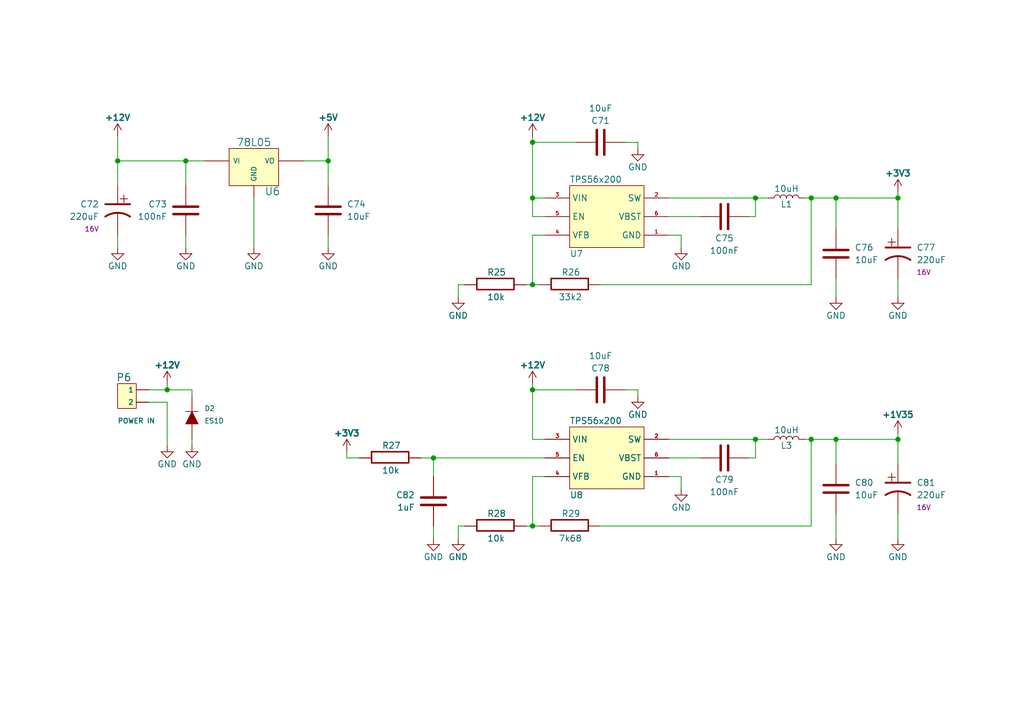
<source format=kicad_sch>
(kicad_sch (version 20210621) (generator eeschema)

  (uuid fc1bef3f-5129-40a4-bc01-03cfd2bacf3e)

  (paper "A5")

  (title_block
    (title "iMX6ULL Compute Module & Base Board")
    (date "2021-03-23")
    (rev "1.0")
    (company "AHSA Elektronik")
  )

  (lib_symbols
    (symbol "abdullah:+12V" (power) (pin_names (offset 0)) (in_bom yes) (on_board yes)
      (property "Reference" "#PWR" (id 0) (at 0 -3.81 0)
        (effects (font (size 1.27 1.27)) hide)
      )
      (property "Value" "+12V" (id 1) (at 0 3.81 0)
        (effects (font (size 1.27 1.27) bold))
      )
      (property "Footprint" "" (id 2) (at -1.27 0 0)
        (effects (font (size 1.27 1.27)) hide)
      )
      (property "Datasheet" "" (id 3) (at -1.27 0 0)
        (effects (font (size 1.27 1.27)) hide)
      )
      (symbol "+12V_0_1"
        (polyline
          (pts
            (xy -0.762 1.27)
            (xy 0 2.54)
          )
          (stroke (width 0)) (fill (type none))
        )
        (polyline
          (pts
            (xy 0 0)
            (xy 0 2.54)
          )
          (stroke (width 0)) (fill (type none))
        )
        (polyline
          (pts
            (xy 0 2.54)
            (xy 0.762 1.27)
          )
          (stroke (width 0)) (fill (type none))
        )
      )
      (symbol "+12V_1_1"
        (pin power_in line (at 0 0 90) (length 0) hide
          (name "+12V" (effects (font (size 1.27 1.27))))
          (number "1" (effects (font (size 1.27 1.27))))
        )
      )
    )
    (symbol "abdullah:+1V35" (power) (pin_names (offset 0)) (in_bom yes) (on_board yes)
      (property "Reference" "#PWR" (id 0) (at 0 -3.81 0)
        (effects (font (size 1.27 1.27)) hide)
      )
      (property "Value" "+1V35" (id 1) (at 0 3.81 0)
        (effects (font (size 1.27 1.27) bold))
      )
      (property "Footprint" "" (id 2) (at 0 0 0)
        (effects (font (size 1.27 1.27)) hide)
      )
      (property "Datasheet" "" (id 3) (at 0 0 0)
        (effects (font (size 1.27 1.27)) hide)
      )
      (symbol "+1V35_0_1"
        (polyline
          (pts
            (xy -0.762 1.27)
            (xy 0 2.54)
          )
          (stroke (width 0)) (fill (type none))
        )
        (polyline
          (pts
            (xy 0 0)
            (xy 0 2.54)
          )
          (stroke (width 0)) (fill (type none))
        )
        (polyline
          (pts
            (xy 0 2.54)
            (xy 0.762 1.27)
          )
          (stroke (width 0)) (fill (type none))
        )
      )
      (symbol "+1V35_1_1"
        (pin power_in line (at 0 0 90) (length 0) hide
          (name "+1V35" (effects (font (size 1.27 1.27))))
          (number "1" (effects (font (size 1.27 1.27))))
        )
      )
    )
    (symbol "abdullah:+3.3V" (power) (pin_names (offset 0)) (in_bom yes) (on_board yes)
      (property "Reference" "#PWR" (id 0) (at 0 -3.81 0)
        (effects (font (size 1.27 1.27)) hide)
      )
      (property "Value" "+3.3V" (id 1) (at 0 3.81 0)
        (effects (font (size 1.27 1.27) bold))
      )
      (property "Footprint" "" (id 2) (at 0 0 0)
        (effects (font (size 1.27 1.27)) hide)
      )
      (property "Datasheet" "" (id 3) (at 0 0 0)
        (effects (font (size 1.27 1.27)) hide)
      )
      (symbol "+3.3V_0_1"
        (polyline
          (pts
            (xy -0.762 1.27)
            (xy 0 2.54)
          )
          (stroke (width 0)) (fill (type none))
        )
        (polyline
          (pts
            (xy 0 0)
            (xy 0 2.54)
          )
          (stroke (width 0)) (fill (type none))
        )
        (polyline
          (pts
            (xy 0 2.54)
            (xy 0.762 1.27)
          )
          (stroke (width 0)) (fill (type none))
        )
      )
      (symbol "+3.3V_1_1"
        (pin power_in line (at 0 0 90) (length 0) hide
          (name "+3V3" (effects (font (size 1.27 1.27))))
          (number "1" (effects (font (size 1.27 1.27))))
        )
      )
    )
    (symbol "abdullah:+5V" (power) (pin_names (offset 0)) (in_bom yes) (on_board yes)
      (property "Reference" "#PWR" (id 0) (at 0 -3.81 0)
        (effects (font (size 1.27 1.27)) hide)
      )
      (property "Value" "+5V" (id 1) (at 0 3.81 0)
        (effects (font (size 1.27 1.27) bold))
      )
      (property "Footprint" "" (id 2) (at 0 0 0)
        (effects (font (size 1.27 1.27)) hide)
      )
      (property "Datasheet" "" (id 3) (at 0 0 0)
        (effects (font (size 1.27 1.27)) hide)
      )
      (symbol "+5V_0_1"
        (polyline
          (pts
            (xy -0.762 1.27)
            (xy 0 2.54)
          )
          (stroke (width 0)) (fill (type none))
        )
        (polyline
          (pts
            (xy 0 0)
            (xy 0 2.54)
          )
          (stroke (width 0)) (fill (type none))
        )
        (polyline
          (pts
            (xy 0 2.54)
            (xy 0.762 1.27)
          )
          (stroke (width 0)) (fill (type none))
        )
      )
      (symbol "+5V_1_1"
        (pin power_in line (at 0 0 90) (length 0) hide
          (name "+5V" (effects (font (size 1.27 1.27))))
          (number "1" (effects (font (size 1.27 1.27))))
        )
      )
    )
    (symbol "abdullah:78L05" (pin_numbers hide) (pin_names (offset 0.762)) (in_bom yes) (on_board yes)
      (property "Reference" "U?" (id 0) (at 3.81 -4.9784 0)
        (effects (font (size 1.524 1.524)))
      )
      (property "Value" "78L05" (id 1) (at 0 5.08 0)
        (effects (font (size 1.524 1.524)))
      )
      (property "Footprint" "new-abdullah:TO92" (id 2) (at 0 0 0)
        (effects (font (size 1.524 1.524)) hide)
      )
      (property "Datasheet" "" (id 3) (at 0 0 0)
        (effects (font (size 1.524 1.524)))
      )
      (property "ki_keywords" "POWER REGUL" (id 4) (at 0 0 0)
        (effects (font (size 1.27 1.27)) hide)
      )
      (property "ki_description" "Linear Regulator +5V" (id 5) (at 0 0 0)
        (effects (font (size 1.27 1.27)) hide)
      )
      (symbol "78L05_0_1"
        (rectangle (start -5.08 -3.81) (end 5.08 3.81)
          (stroke (width 0)) (fill (type background))
        )
      )
      (symbol "78L05_1_1"
        (pin power_out line (at 10.16 1.27 180) (length 5.08)
          (name "VO" (effects (font (size 1.016 1.016))))
          (number "1" (effects (font (size 1.016 1.016))))
        )
        (pin input line (at 0 -6.35 90) (length 2.54)
          (name "GND" (effects (font (size 1.016 1.016))))
          (number "2" (effects (font (size 1.016 1.016))))
        )
        (pin input line (at -10.16 1.27 0) (length 5.08)
          (name "VI" (effects (font (size 1.016 1.016))))
          (number "3" (effects (font (size 1.016 1.016))))
        )
      )
    )
    (symbol "abdullah:C-hrz" (pin_numbers hide) (pin_names (offset 0.254)) (in_bom yes) (on_board yes)
      (property "Reference" "C" (id 0) (at -0.0254 4.445 0)
        (effects (font (size 1.27 1.27)))
      )
      (property "Value" "C-hrz" (id 1) (at -0.0254 -4.445 0)
        (effects (font (size 1.27 1.27)))
      )
      (property "Footprint" "" (id 2) (at 0 0 0)
        (effects (font (size 1.524 1.524)))
      )
      (property "Datasheet" "" (id 3) (at 0 0 0)
        (effects (font (size 1.524 1.524)))
      )
      (property "Voltage" "V" (id 4) (at -0.0254 -6.985 0)
        (effects (font (size 1.016 1.016)) hide)
      )
      (property "Details" "Capacitor Ceramic Chip SMD 100nF 50V 0805 5%" (id 5) (at 0 0 0)
        (effects (font (size 1.27 1.27)) hide)
      )
      (property "ki_fp_filters" "SM* C? C1-1" (id 6) (at 0 0 0)
        (effects (font (size 1.27 1.27)) hide)
      )
      (symbol "C-hrz_0_1"
        (polyline
          (pts
            (xy -0.7874 -2.54)
            (xy -0.7874 2.54)
          )
          (stroke (width 0.508)) (fill (type none))
        )
        (polyline
          (pts
            (xy 0.7366 -2.54)
            (xy 0.7366 2.54)
          )
          (stroke (width 0.508)) (fill (type none))
        )
      )
      (symbol "C-hrz_1_1"
        (pin passive line (at -5.08 0 0) (length 4.318)
          (name "~" (effects (font (size 1.016 1.016))))
          (number "1" (effects (font (size 1.016 1.016))))
        )
        (pin passive line (at 5.08 0 180) (length 4.318)
          (name "~" (effects (font (size 1.016 1.016))))
          (number "2" (effects (font (size 1.016 1.016))))
        )
      )
    )
    (symbol "abdullah:C-vert" (pin_numbers hide) (pin_names (offset 0.254)) (in_bom yes) (on_board yes)
      (property "Reference" "C" (id 0) (at 3.81 1.27 0)
        (effects (font (size 1.27 1.27)) (justify left))
      )
      (property "Value" "C-vert" (id 1) (at 3.81 -1.27 0)
        (effects (font (size 1.27 1.27)) (justify left))
      )
      (property "Footprint" "" (id 2) (at 1.27 -1.27 0)
        (effects (font (size 1.524 1.524)) hide)
      )
      (property "Datasheet" "" (id 3) (at 0 0 0)
        (effects (font (size 1.524 1.524)))
      )
      (property "Voltage" "V" (id 4) (at 3.81 -3.81 0)
        (effects (font (size 1.016 1.016)) (justify left) hide)
      )
      (property "Details" "Capacitor Ceramic Chip SMD 100nF 50V 0805 5%" (id 5) (at 0 0 0)
        (effects (font (size 1.27 1.27)) hide)
      )
      (property "ki_fp_filters" "SM* C? C1-1" (id 6) (at 0 0 0)
        (effects (font (size 1.27 1.27)) hide)
      )
      (symbol "C-vert_0_1"
        (polyline
          (pts
            (xy -2.54 -0.762)
            (xy 2.54 -0.762)
          )
          (stroke (width 0.508)) (fill (type none))
        )
        (polyline
          (pts
            (xy -2.54 0.762)
            (xy 2.54 0.762)
          )
          (stroke (width 0.508)) (fill (type none))
        )
      )
      (symbol "C-vert_1_1"
        (pin passive line (at 0 5.08 270) (length 4.318)
          (name "~" (effects (font (size 1.016 1.016))))
          (number "1" (effects (font (size 1.016 1.016))))
        )
        (pin passive line (at 0 -5.08 90) (length 4.318)
          (name "~" (effects (font (size 1.016 1.016))))
          (number "2" (effects (font (size 1.016 1.016))))
        )
      )
    )
    (symbol "abdullah:CONNECTOR-2-SMALL" (pin_numbers hide) (in_bom yes) (on_board yes)
      (property "Reference" "P" (id 0) (at 0 2.54 0)
        (effects (font (size 1.524 1.524)))
      )
      (property "Value" "CONNECTOR-2-SMALL" (id 1) (at -2.54 -1.27 90)
        (effects (font (size 1.016 1.016)))
      )
      (property "Footprint" "" (id 2) (at 0 0 0)
        (effects (font (size 1.524 1.524)))
      )
      (property "Datasheet" "" (id 3) (at 0 0 0)
        (effects (font (size 1.524 1.524)))
      )
      (symbol "CONNECTOR-2-SMALL_0_1"
        (rectangle (start 2.54 1.27) (end -1.27 -3.81)
          (stroke (width 0)) (fill (type background))
        )
      )
      (symbol "CONNECTOR-2-SMALL_1_1"
        (pin bidirectional line (at 5.08 0 180) (length 2.54)
          (name "1" (effects (font (size 1.016 1.016))))
          (number "1" (effects (font (size 0.508 0.508))))
        )
        (pin bidirectional line (at 5.08 -2.54 180) (length 2.54)
          (name "2" (effects (font (size 1.016 1.016))))
          (number "2" (effects (font (size 0.508 0.508))))
        )
      )
    )
    (symbol "abdullah:CP-vert" (pin_numbers hide) (pin_names (offset 0.254) hide) (in_bom yes) (on_board yes)
      (property "Reference" "C" (id 0) (at 3.81 1.27 0)
        (effects (font (size 1.27 1.27)) (justify left))
      )
      (property "Value" "CP-vert" (id 1) (at 3.81 -1.27 0)
        (effects (font (size 1.27 1.27)) (justify left))
      )
      (property "Footprint" "" (id 2) (at 0 0 0)
        (effects (font (size 1.524 1.524)))
      )
      (property "Datasheet" "" (id 3) (at 0 0 0)
        (effects (font (size 1.524 1.524)))
      )
      (property "Voltage" "V" (id 4) (at 3.81 -3.81 0)
        (effects (font (size 1.016 1.016)) (justify left))
      )
      (property "Details" "Capacitor TH Electrolytic 220uF 35V 85C" (id 5) (at 0 0 0)
        (effects (font (size 1.27 1.27)) hide)
      )
      (property "ki_fp_filters" "CP* SM*" (id 6) (at 0 0 0)
        (effects (font (size 1.27 1.27)) hide)
      )
      (symbol "CP-vert_0_0"
        (text "+" (at -1.27 2.54 0)
          (effects (font (size 2.032 2.032)))
        )
      )
      (symbol "CP-vert_0_1"
        (arc (start 2.54 -1.27) (end -2.54 -1.27) (radius (at 0 -5.08) (length 4.572) (angles 56.3 123.6))
          (stroke (width 0.381)) (fill (type none))
        )
        (polyline
          (pts
            (xy -2.54 1.27)
            (xy 2.54 1.27)
            (xy 1.27 1.27)
            (xy 1.27 1.27)
          )
          (stroke (width 0.381)) (fill (type none))
        )
      )
      (symbol "CP-vert_1_1"
        (pin passive line (at 0 5.08 270) (length 3.81)
          (name "~" (effects (font (size 1.016 1.016))))
          (number "1" (effects (font (size 1.016 1.016))))
        )
        (pin passive line (at 0 -5.08 90) (length 4.572)
          (name "~" (effects (font (size 1.016 1.016))))
          (number "2" (effects (font (size 1.016 1.016))))
        )
      )
    )
    (symbol "abdullah:DIODE-vert" (pin_numbers hide) (pin_names hide) (in_bom yes) (on_board yes)
      (property "Reference" "D" (id 0) (at 2.54 2.54 0)
        (effects (font (size 1.016 1.016)) (justify left))
      )
      (property "Value" "DIODE-vert" (id 1) (at 2.54 0 0)
        (effects (font (size 1.016 1.016)) (justify left))
      )
      (property "Footprint" "" (id 2) (at 0 0 0)
        (effects (font (size 1.524 1.524)) hide)
      )
      (property "Datasheet" "" (id 3) (at 0 0 0)
        (effects (font (size 1.524 1.524)) hide)
      )
      (property "Details" "Diode" (id 4) (at 0 0 0)
        (effects (font (size 1.27 1.27)) hide)
      )
      (property "ki_fp_filters" "D? S*" (id 5) (at 0 0 0)
        (effects (font (size 1.27 1.27)) hide)
      )
      (symbol "DIODE-vert_0_1"
        (polyline
          (pts
            (xy -1.27 1.905)
            (xy 1.27 1.905)
          )
          (stroke (width 0.1524)) (fill (type none))
        )
        (polyline
          (pts
            (xy 1.27 -0.635)
            (xy -1.27 -0.635)
          )
          (stroke (width 0.1524)) (fill (type none))
        )
        (polyline
          (pts
            (xy -1.27 -0.635)
            (xy 0 1.905)
            (xy 1.27 -0.635)
          )
          (stroke (width 0)) (fill (type outline))
        )
      )
      (symbol "DIODE-vert_1_1"
        (pin passive line (at 0 -3.81 90) (length 3.81)
          (name "A" (effects (font (size 1.016 1.016))))
          (number "1" (effects (font (size 1.016 1.016))))
        )
        (pin passive line (at 0 5.08 270) (length 3.81)
          (name "K" (effects (font (size 1.016 1.016))))
          (number "2" (effects (font (size 1.016 1.016))))
        )
      )
    )
    (symbol "abdullah:GND" (power) (pin_names (offset 0)) (in_bom yes) (on_board yes)
      (property "Reference" "#PWR" (id 0) (at 0 -6.35 0)
        (effects (font (size 1.27 1.27)) hide)
      )
      (property "Value" "GND" (id 1) (at 0 -3.81 0)
        (effects (font (size 1.27 1.27)))
      )
      (property "Footprint" "" (id 2) (at 0 0 0)
        (effects (font (size 1.27 1.27)) hide)
      )
      (property "Datasheet" "" (id 3) (at 0 0 0)
        (effects (font (size 1.27 1.27)) hide)
      )
      (symbol "GND_0_1"
        (polyline
          (pts
            (xy 0 0)
            (xy 0 -1.27)
            (xy 1.27 -1.27)
            (xy 0 -2.54)
            (xy -1.27 -1.27)
            (xy 0 -1.27)
          )
          (stroke (width 0)) (fill (type none))
        )
      )
      (symbol "GND_1_1"
        (pin power_in line (at 0 0 270) (length 0) hide
          (name "GND" (effects (font (size 1.27 1.27))))
          (number "1" (effects (font (size 1.27 1.27))))
        )
      )
    )
    (symbol "abdullah:L" (pin_numbers hide) (pin_names hide) (in_bom yes) (on_board yes)
      (property "Reference" "L" (id 0) (at -1.27 0 90)
        (effects (font (size 1.27 1.27)))
      )
      (property "Value" "L" (id 1) (at 1.905 0 90)
        (effects (font (size 1.27 1.27)))
      )
      (property "Footprint" "" (id 2) (at 0 0 0)
        (effects (font (size 1.27 1.27)) hide)
      )
      (property "Datasheet" "" (id 3) (at 0 0 0)
        (effects (font (size 1.27 1.27)) hide)
      )
      (property "Details" "Inductor" (id 4) (at 0 0 0)
        (effects (font (size 1.27 1.27)) hide)
      )
      (property "ki_keywords" "inductor choke coil reactor magnetic" (id 5) (at 0 0 0)
        (effects (font (size 1.27 1.27)) hide)
      )
      (property "ki_description" "Inductor" (id 6) (at 0 0 0)
        (effects (font (size 1.27 1.27)) hide)
      )
      (property "ki_fp_filters" "Choke_* *Coil* Inductor_* L_*" (id 7) (at 0 0 0)
        (effects (font (size 1.27 1.27)) hide)
      )
      (symbol "L_0_1"
        (arc (start 0 -2.54) (end 0 -1.27) (radius (at 0 -1.905) (length 0.635) (angles -89.9 89.9))
          (stroke (width 0)) (fill (type none))
        )
        (arc (start 0 -1.27) (end 0 0) (radius (at 0 -0.635) (length 0.635) (angles -89.9 89.9))
          (stroke (width 0)) (fill (type none))
        )
        (arc (start 0 0) (end 0 1.27) (radius (at 0 0.635) (length 0.635) (angles -89.9 89.9))
          (stroke (width 0)) (fill (type none))
        )
        (arc (start 0 1.27) (end 0 2.54) (radius (at 0 1.905) (length 0.635) (angles -89.9 89.9))
          (stroke (width 0)) (fill (type none))
        )
      )
      (symbol "L_1_1"
        (pin passive line (at 0 -3.81 90) (length 1.27)
          (name "1" (effects (font (size 1.27 1.27))))
          (number "1" (effects (font (size 1.27 1.27))))
        )
        (pin passive line (at 0 3.81 270) (length 1.27)
          (name "2" (effects (font (size 1.27 1.27))))
          (number "2" (effects (font (size 1.27 1.27))))
        )
      )
    )
    (symbol "abdullah:R-hrz" (pin_numbers hide) (pin_names (offset 0)) (in_bom yes) (on_board yes)
      (property "Reference" "R" (id 0) (at 0.254 2.54 0)
        (effects (font (size 1.27 1.27)))
      )
      (property "Value" "R-hrz" (id 1) (at 0.127 -2.54 0)
        (effects (font (size 1.27 1.27)))
      )
      (property "Footprint" "" (id 2) (at -2.286 0 0)
        (effects (font (size 1.524 1.524)) hide)
      )
      (property "Datasheet" "" (id 3) (at 0.254 2.54 0)
        (effects (font (size 1.524 1.524)) hide)
      )
      (property "Details" "Resistor SMD 10k 0805 5%" (id 4) (at 0 0 0)
        (effects (font (size 1.27 1.27)) hide)
      )
      (property "ki_fp_filters" "R? SM0603 SM0805 R?-* SM1206" (id 5) (at 0 0 0)
        (effects (font (size 1.27 1.27)) hide)
      )
      (symbol "R-hrz_0_1"
        (rectangle (start -3.81 -1.016) (end 3.81 1.27)
          (stroke (width 0.3048)) (fill (type none))
        )
      )
      (symbol "R-hrz_1_1"
        (pin passive line (at -6.35 0 0) (length 2.54)
          (name "~" (effects (font (size 1.524 1.524))))
          (number "1" (effects (font (size 1.524 1.524))))
        )
        (pin passive line (at 6.35 0 180) (length 2.54)
          (name "~" (effects (font (size 1.524 1.524))))
          (number "2" (effects (font (size 1.524 1.524))))
        )
      )
    )
    (symbol "abdullah:TPS56x200" (in_bom yes) (on_board yes)
      (property "Reference" "U" (id 0) (at -7.62 -7.62 0)
        (effects (font (size 1.27 1.27)) (justify left))
      )
      (property "Value" "TPS56x200" (id 1) (at -7.62 7.62 0)
        (effects (font (size 1.27 1.27)) (justify left))
      )
      (property "Footprint" "" (id 2) (at 0 10.16 0)
        (effects (font (size 1.27 1.27)) hide)
      )
      (property "Datasheet" "" (id 3) (at 0 10.16 0)
        (effects (font (size 1.27 1.27)) hide)
      )
      (symbol "TPS56x200_0_0"
        (pin unspecified line (at 12.7 -3.81 180) (length 5.08)
          (name "GND" (effects (font (size 1.27 1.27))))
          (number "1" (effects (font (size 0.762 0.762))))
        )
        (pin unspecified line (at 12.7 3.81 180) (length 5.08)
          (name "SW" (effects (font (size 1.27 1.27))))
          (number "2" (effects (font (size 0.762 0.762))))
        )
        (pin unspecified line (at -12.7 3.81 0) (length 5.08)
          (name "VIN" (effects (font (size 1.27 1.27))))
          (number "3" (effects (font (size 0.762 0.762))))
        )
        (pin unspecified line (at -12.7 -3.81 0) (length 5.08)
          (name "VFB" (effects (font (size 1.27 1.27))))
          (number "4" (effects (font (size 0.762 0.762))))
        )
        (pin unspecified line (at -12.7 0 0) (length 5.08)
          (name "EN" (effects (font (size 1.27 1.27))))
          (number "5" (effects (font (size 0.762 0.762))))
        )
        (pin unspecified line (at 12.7 0 180) (length 5.08)
          (name "VBST" (effects (font (size 1.27 1.27))))
          (number "6" (effects (font (size 0.762 0.762))))
        )
      )
      (symbol "TPS56x200_0_1"
        (rectangle (start -7.62 6.35) (end 7.62 -6.35)
          (stroke (width 0.1524)) (fill (type background))
        )
      )
    )
  )

  (junction (at 24.13 33.02) (diameter 0.9144) (color 0 0 0 0))
  (junction (at 34.29 80.01) (diameter 0.9144) (color 0 0 0 0))
  (junction (at 38.1 33.02) (diameter 0.9144) (color 0 0 0 0))
  (junction (at 67.31 33.02) (diameter 0.9144) (color 0 0 0 0))
  (junction (at 88.9 93.98) (diameter 0.9144) (color 0 0 0 0))
  (junction (at 109.22 29.21) (diameter 0.9144) (color 0 0 0 0))
  (junction (at 109.22 40.64) (diameter 0.9144) (color 0 0 0 0))
  (junction (at 109.22 58.42) (diameter 0.9144) (color 0 0 0 0))
  (junction (at 109.22 80.01) (diameter 0.9144) (color 0 0 0 0))
  (junction (at 109.22 107.95) (diameter 0.9144) (color 0 0 0 0))
  (junction (at 154.94 40.64) (diameter 0.9144) (color 0 0 0 0))
  (junction (at 154.94 90.17) (diameter 0.9144) (color 0 0 0 0))
  (junction (at 166.37 40.64) (diameter 0.9144) (color 0 0 0 0))
  (junction (at 166.37 90.17) (diameter 0.9144) (color 0 0 0 0))
  (junction (at 171.45 40.64) (diameter 0.9144) (color 0 0 0 0))
  (junction (at 171.45 90.17) (diameter 0.9144) (color 0 0 0 0))
  (junction (at 184.15 40.64) (diameter 0.9144) (color 0 0 0 0))
  (junction (at 184.15 90.17) (diameter 0.9144) (color 0 0 0 0))

  (wire (pts (xy 24.13 33.02) (xy 24.13 27.94))
    (stroke (width 0) (type solid) (color 0 0 0 0))
    (uuid a1d1dd70-3ba8-4209-aac4-3aa2d6bf81c1)
  )
  (wire (pts (xy 24.13 33.02) (xy 24.13 38.1))
    (stroke (width 0) (type solid) (color 0 0 0 0))
    (uuid a12023db-aca6-4261-8020-1b274196c085)
  )
  (wire (pts (xy 24.13 33.02) (xy 38.1 33.02))
    (stroke (width 0) (type solid) (color 0 0 0 0))
    (uuid a1d1dd70-3ba8-4209-aac4-3aa2d6bf81c1)
  )
  (wire (pts (xy 24.13 48.26) (xy 24.13 50.8))
    (stroke (width 0) (type solid) (color 0 0 0 0))
    (uuid c5cef526-bad4-4391-b93f-55b8b75efdc8)
  )
  (wire (pts (xy 34.29 78.74) (xy 34.29 80.01))
    (stroke (width 0) (type solid) (color 0 0 0 0))
    (uuid 46117859-bc90-404d-9902-8bcffe1e68d7)
  )
  (wire (pts (xy 34.29 80.01) (xy 30.48 80.01))
    (stroke (width 0) (type solid) (color 0 0 0 0))
    (uuid 46117859-bc90-404d-9902-8bcffe1e68d7)
  )
  (wire (pts (xy 34.29 82.55) (xy 30.48 82.55))
    (stroke (width 0) (type solid) (color 0 0 0 0))
    (uuid b6bb959c-d591-439a-8601-0fbec9dfa008)
  )
  (wire (pts (xy 34.29 91.44) (xy 34.29 82.55))
    (stroke (width 0) (type solid) (color 0 0 0 0))
    (uuid b6bb959c-d591-439a-8601-0fbec9dfa008)
  )
  (wire (pts (xy 38.1 33.02) (xy 38.1 38.1))
    (stroke (width 0) (type solid) (color 0 0 0 0))
    (uuid 66c16cd9-8823-4134-8bf2-0d6377eb3f74)
  )
  (wire (pts (xy 38.1 33.02) (xy 41.91 33.02))
    (stroke (width 0) (type solid) (color 0 0 0 0))
    (uuid a1d1dd70-3ba8-4209-aac4-3aa2d6bf81c1)
  )
  (wire (pts (xy 38.1 48.26) (xy 38.1 50.8))
    (stroke (width 0) (type solid) (color 0 0 0 0))
    (uuid 1f520ac3-c4ca-4ab2-a507-0c30703d068b)
  )
  (wire (pts (xy 39.37 80.01) (xy 34.29 80.01))
    (stroke (width 0) (type solid) (color 0 0 0 0))
    (uuid ff2c683a-f158-4603-82cc-dab864b57f2a)
  )
  (wire (pts (xy 39.37 81.28) (xy 39.37 80.01))
    (stroke (width 0) (type solid) (color 0 0 0 0))
    (uuid ff2c683a-f158-4603-82cc-dab864b57f2a)
  )
  (wire (pts (xy 39.37 91.44) (xy 39.37 90.17))
    (stroke (width 0) (type solid) (color 0 0 0 0))
    (uuid ff2c683a-f158-4603-82cc-dab864b57f2a)
  )
  (wire (pts (xy 52.07 40.64) (xy 52.07 50.8))
    (stroke (width 0) (type solid) (color 0 0 0 0))
    (uuid 613ce2a5-e312-4158-9735-1521726298f3)
  )
  (wire (pts (xy 62.23 33.02) (xy 67.31 33.02))
    (stroke (width 0) (type solid) (color 0 0 0 0))
    (uuid 2273bb57-aafc-4b0e-8897-a8cd84a77e3c)
  )
  (wire (pts (xy 67.31 27.94) (xy 67.31 33.02))
    (stroke (width 0) (type solid) (color 0 0 0 0))
    (uuid 2273bb57-aafc-4b0e-8897-a8cd84a77e3c)
  )
  (wire (pts (xy 67.31 33.02) (xy 67.31 38.1))
    (stroke (width 0) (type solid) (color 0 0 0 0))
    (uuid 2da66321-5f37-492c-9a2f-ce2552513fb2)
  )
  (wire (pts (xy 67.31 48.26) (xy 67.31 50.8))
    (stroke (width 0) (type solid) (color 0 0 0 0))
    (uuid 2eb5f38f-930d-4b32-b92e-afbc476cbebe)
  )
  (wire (pts (xy 71.12 92.71) (xy 71.12 93.98))
    (stroke (width 0) (type solid) (color 0 0 0 0))
    (uuid 3677996e-8c63-4d46-a001-4380177077df)
  )
  (wire (pts (xy 71.12 93.98) (xy 73.66 93.98))
    (stroke (width 0) (type solid) (color 0 0 0 0))
    (uuid 3677996e-8c63-4d46-a001-4380177077df)
  )
  (wire (pts (xy 86.36 93.98) (xy 88.9 93.98))
    (stroke (width 0) (type solid) (color 0 0 0 0))
    (uuid 5657c559-a658-43b1-a6f1-8f838c401742)
  )
  (wire (pts (xy 88.9 93.98) (xy 88.9 97.79))
    (stroke (width 0) (type solid) (color 0 0 0 0))
    (uuid ab7ffa16-a83c-49cf-844f-831c83d8dbc5)
  )
  (wire (pts (xy 88.9 93.98) (xy 111.76 93.98))
    (stroke (width 0) (type solid) (color 0 0 0 0))
    (uuid 5657c559-a658-43b1-a6f1-8f838c401742)
  )
  (wire (pts (xy 88.9 107.95) (xy 88.9 110.49))
    (stroke (width 0) (type solid) (color 0 0 0 0))
    (uuid e52b376b-d0b9-4b5a-8db9-2ee5d0c0da45)
  )
  (wire (pts (xy 93.98 58.42) (xy 95.25 58.42))
    (stroke (width 0) (type solid) (color 0 0 0 0))
    (uuid f86b1a7f-787b-46c7-802c-126261227887)
  )
  (wire (pts (xy 93.98 60.96) (xy 93.98 58.42))
    (stroke (width 0) (type solid) (color 0 0 0 0))
    (uuid f86b1a7f-787b-46c7-802c-126261227887)
  )
  (wire (pts (xy 93.98 107.95) (xy 95.25 107.95))
    (stroke (width 0) (type solid) (color 0 0 0 0))
    (uuid a67b3d7d-f862-4de6-8882-1b946c0a5305)
  )
  (wire (pts (xy 93.98 110.49) (xy 93.98 107.95))
    (stroke (width 0) (type solid) (color 0 0 0 0))
    (uuid 5c045b98-8c29-49b4-acdc-f00be5e48c0f)
  )
  (wire (pts (xy 107.95 58.42) (xy 109.22 58.42))
    (stroke (width 0) (type solid) (color 0 0 0 0))
    (uuid 91feb09a-71df-4f68-80c6-cb1b44e78812)
  )
  (wire (pts (xy 107.95 107.95) (xy 109.22 107.95))
    (stroke (width 0) (type solid) (color 0 0 0 0))
    (uuid 10246f0a-6b42-41bf-a02a-889778f645fb)
  )
  (wire (pts (xy 109.22 27.94) (xy 109.22 29.21))
    (stroke (width 0) (type solid) (color 0 0 0 0))
    (uuid bdb16d1c-3a51-417a-a249-6a10524e92ce)
  )
  (wire (pts (xy 109.22 29.21) (xy 109.22 40.64))
    (stroke (width 0) (type solid) (color 0 0 0 0))
    (uuid 2db15644-648f-4675-aaa8-d620bbddb008)
  )
  (wire (pts (xy 109.22 29.21) (xy 118.11 29.21))
    (stroke (width 0) (type solid) (color 0 0 0 0))
    (uuid 39c9caf8-b31c-413f-9a79-3f0fed71d691)
  )
  (wire (pts (xy 109.22 40.64) (xy 111.76 40.64))
    (stroke (width 0) (type solid) (color 0 0 0 0))
    (uuid 2db15644-648f-4675-aaa8-d620bbddb008)
  )
  (wire (pts (xy 109.22 44.45) (xy 109.22 40.64))
    (stroke (width 0) (type solid) (color 0 0 0 0))
    (uuid a363dc71-ac8e-4dfd-811c-5cd9ffd37490)
  )
  (wire (pts (xy 109.22 48.26) (xy 109.22 58.42))
    (stroke (width 0) (type solid) (color 0 0 0 0))
    (uuid be5fce66-bebf-48ce-aaf3-d77a27af960e)
  )
  (wire (pts (xy 109.22 58.42) (xy 110.49 58.42))
    (stroke (width 0) (type solid) (color 0 0 0 0))
    (uuid 91cc4592-15c1-45eb-a21e-13e6de7f776e)
  )
  (wire (pts (xy 109.22 78.74) (xy 109.22 80.01))
    (stroke (width 0) (type solid) (color 0 0 0 0))
    (uuid ae506a0e-2d6c-4fe2-b2ab-b08eccb2a29e)
  )
  (wire (pts (xy 109.22 80.01) (xy 109.22 90.17))
    (stroke (width 0) (type solid) (color 0 0 0 0))
    (uuid ae506a0e-2d6c-4fe2-b2ab-b08eccb2a29e)
  )
  (wire (pts (xy 109.22 80.01) (xy 118.11 80.01))
    (stroke (width 0) (type solid) (color 0 0 0 0))
    (uuid fc724884-6342-40f1-a458-4d3606c5e5bf)
  )
  (wire (pts (xy 109.22 90.17) (xy 111.76 90.17))
    (stroke (width 0) (type solid) (color 0 0 0 0))
    (uuid 5fd602d4-8ee3-4006-b06a-c3e962a614d8)
  )
  (wire (pts (xy 109.22 97.79) (xy 109.22 107.95))
    (stroke (width 0) (type solid) (color 0 0 0 0))
    (uuid 25fe881f-7604-4cc2-ae5a-2fbdbba441c2)
  )
  (wire (pts (xy 109.22 107.95) (xy 110.49 107.95))
    (stroke (width 0) (type solid) (color 0 0 0 0))
    (uuid 6a880ef5-54c7-4d0c-89b6-a852516e3a25)
  )
  (wire (pts (xy 111.76 44.45) (xy 109.22 44.45))
    (stroke (width 0) (type solid) (color 0 0 0 0))
    (uuid a363dc71-ac8e-4dfd-811c-5cd9ffd37490)
  )
  (wire (pts (xy 111.76 48.26) (xy 109.22 48.26))
    (stroke (width 0) (type solid) (color 0 0 0 0))
    (uuid be5fce66-bebf-48ce-aaf3-d77a27af960e)
  )
  (wire (pts (xy 111.76 97.79) (xy 109.22 97.79))
    (stroke (width 0) (type solid) (color 0 0 0 0))
    (uuid 12806fe9-6725-4d1b-974f-1f6851259532)
  )
  (wire (pts (xy 123.19 58.42) (xy 166.37 58.42))
    (stroke (width 0) (type solid) (color 0 0 0 0))
    (uuid 9538559b-d816-4217-ad1e-b21ae2f6937d)
  )
  (wire (pts (xy 123.19 107.95) (xy 166.37 107.95))
    (stroke (width 0) (type solid) (color 0 0 0 0))
    (uuid 867aaf8f-0e7c-4548-a5db-8d869d215f76)
  )
  (wire (pts (xy 130.81 29.21) (xy 128.27 29.21))
    (stroke (width 0) (type solid) (color 0 0 0 0))
    (uuid 80b07e02-1a6f-4871-832e-77cae7f82c83)
  )
  (wire (pts (xy 130.81 30.48) (xy 130.81 29.21))
    (stroke (width 0) (type solid) (color 0 0 0 0))
    (uuid 64ab9473-1de4-417a-9600-03ac4f2a1ed4)
  )
  (wire (pts (xy 130.81 80.01) (xy 128.27 80.01))
    (stroke (width 0) (type solid) (color 0 0 0 0))
    (uuid 99c2fe0d-2bb4-471c-86eb-da7784e799b3)
  )
  (wire (pts (xy 130.81 81.28) (xy 130.81 80.01))
    (stroke (width 0) (type solid) (color 0 0 0 0))
    (uuid 99c2fe0d-2bb4-471c-86eb-da7784e799b3)
  )
  (wire (pts (xy 137.16 40.64) (xy 154.94 40.64))
    (stroke (width 0) (type solid) (color 0 0 0 0))
    (uuid 8950995a-1f16-4ce2-aac9-86cfbc0976fe)
  )
  (wire (pts (xy 137.16 44.45) (xy 143.51 44.45))
    (stroke (width 0) (type solid) (color 0 0 0 0))
    (uuid 12a1f01b-0dd3-46ac-b494-664f51869bda)
  )
  (wire (pts (xy 137.16 90.17) (xy 154.94 90.17))
    (stroke (width 0) (type solid) (color 0 0 0 0))
    (uuid 33fcbde4-5363-4e78-a5f1-2879909436d4)
  )
  (wire (pts (xy 137.16 93.98) (xy 143.51 93.98))
    (stroke (width 0) (type solid) (color 0 0 0 0))
    (uuid eade6682-16f1-4083-a7fc-af777fc1a90f)
  )
  (wire (pts (xy 139.7 48.26) (xy 137.16 48.26))
    (stroke (width 0) (type solid) (color 0 0 0 0))
    (uuid 378b20ce-bfe9-4211-ad31-d4ee30215fce)
  )
  (wire (pts (xy 139.7 50.8) (xy 139.7 48.26))
    (stroke (width 0) (type solid) (color 0 0 0 0))
    (uuid 378b20ce-bfe9-4211-ad31-d4ee30215fce)
  )
  (wire (pts (xy 139.7 97.79) (xy 137.16 97.79))
    (stroke (width 0) (type solid) (color 0 0 0 0))
    (uuid 90715eb0-1cf6-4189-ae62-3939779e377c)
  )
  (wire (pts (xy 139.7 100.33) (xy 139.7 97.79))
    (stroke (width 0) (type solid) (color 0 0 0 0))
    (uuid 7d5ee90c-ecb7-440f-98d7-242d7b27f3b0)
  )
  (wire (pts (xy 153.67 44.45) (xy 154.94 44.45))
    (stroke (width 0) (type solid) (color 0 0 0 0))
    (uuid 2dee1e8d-1195-46e2-a61b-1b9acfaeb3b0)
  )
  (wire (pts (xy 153.67 93.98) (xy 154.94 93.98))
    (stroke (width 0) (type solid) (color 0 0 0 0))
    (uuid 214a9093-60dc-4e87-8e68-6cb8e2000f69)
  )
  (wire (pts (xy 154.94 40.64) (xy 154.94 44.45))
    (stroke (width 0) (type solid) (color 0 0 0 0))
    (uuid 2dee1e8d-1195-46e2-a61b-1b9acfaeb3b0)
  )
  (wire (pts (xy 154.94 40.64) (xy 157.48 40.64))
    (stroke (width 0) (type solid) (color 0 0 0 0))
    (uuid 26d2479a-946f-411a-bf9b-7f0a00990dc7)
  )
  (wire (pts (xy 154.94 90.17) (xy 154.94 93.98))
    (stroke (width 0) (type solid) (color 0 0 0 0))
    (uuid 51de66a9-e35a-4a87-833b-38c3905cb70f)
  )
  (wire (pts (xy 154.94 90.17) (xy 157.48 90.17))
    (stroke (width 0) (type solid) (color 0 0 0 0))
    (uuid 9f3b82c4-3c81-435c-b3f6-c1a608c8274c)
  )
  (wire (pts (xy 165.1 40.64) (xy 166.37 40.64))
    (stroke (width 0) (type solid) (color 0 0 0 0))
    (uuid 237332b7-c814-47d2-840c-5ed1745ddd54)
  )
  (wire (pts (xy 165.1 90.17) (xy 166.37 90.17))
    (stroke (width 0) (type solid) (color 0 0 0 0))
    (uuid e83b3c88-445c-4462-b748-f9be2df726e6)
  )
  (wire (pts (xy 166.37 40.64) (xy 166.37 58.42))
    (stroke (width 0) (type solid) (color 0 0 0 0))
    (uuid 57088b8c-135c-4f3a-8f03-c10135850882)
  )
  (wire (pts (xy 166.37 40.64) (xy 171.45 40.64))
    (stroke (width 0) (type solid) (color 0 0 0 0))
    (uuid 237332b7-c814-47d2-840c-5ed1745ddd54)
  )
  (wire (pts (xy 166.37 90.17) (xy 166.37 107.95))
    (stroke (width 0) (type solid) (color 0 0 0 0))
    (uuid ff835775-8577-45f4-a9da-bdcbfe6e957f)
  )
  (wire (pts (xy 166.37 90.17) (xy 171.45 90.17))
    (stroke (width 0) (type solid) (color 0 0 0 0))
    (uuid 91abae53-80a4-4b62-bc18-67e0141d904a)
  )
  (wire (pts (xy 171.45 40.64) (xy 171.45 46.99))
    (stroke (width 0) (type solid) (color 0 0 0 0))
    (uuid 26d2479a-946f-411a-bf9b-7f0a00990dc7)
  )
  (wire (pts (xy 171.45 57.15) (xy 171.45 60.96))
    (stroke (width 0) (type solid) (color 0 0 0 0))
    (uuid 26d2479a-946f-411a-bf9b-7f0a00990dc7)
  )
  (wire (pts (xy 171.45 90.17) (xy 171.45 95.25))
    (stroke (width 0) (type solid) (color 0 0 0 0))
    (uuid 75beb699-f055-4309-bea5-664cf0d5e98d)
  )
  (wire (pts (xy 171.45 105.41) (xy 171.45 110.49))
    (stroke (width 0) (type solid) (color 0 0 0 0))
    (uuid bc731ea6-bf39-48ce-a336-5536e5d5d5d7)
  )
  (wire (pts (xy 184.15 39.37) (xy 184.15 40.64))
    (stroke (width 0) (type solid) (color 0 0 0 0))
    (uuid 38052882-415f-4a5c-a94e-324dd6e909d3)
  )
  (wire (pts (xy 184.15 40.64) (xy 171.45 40.64))
    (stroke (width 0) (type solid) (color 0 0 0 0))
    (uuid e9a486a2-e353-4ac5-9a82-c2d8facc0fe4)
  )
  (wire (pts (xy 184.15 46.99) (xy 184.15 40.64))
    (stroke (width 0) (type solid) (color 0 0 0 0))
    (uuid e9a486a2-e353-4ac5-9a82-c2d8facc0fe4)
  )
  (wire (pts (xy 184.15 60.96) (xy 184.15 57.15))
    (stroke (width 0) (type solid) (color 0 0 0 0))
    (uuid e9a486a2-e353-4ac5-9a82-c2d8facc0fe4)
  )
  (wire (pts (xy 184.15 88.9) (xy 184.15 90.17))
    (stroke (width 0) (type solid) (color 0 0 0 0))
    (uuid bbacd9dd-f981-4eb6-b243-85e361bcc928)
  )
  (wire (pts (xy 184.15 90.17) (xy 171.45 90.17))
    (stroke (width 0) (type solid) (color 0 0 0 0))
    (uuid 5f111fee-4a88-4238-bd21-3df23538a110)
  )
  (wire (pts (xy 184.15 95.25) (xy 184.15 90.17))
    (stroke (width 0) (type solid) (color 0 0 0 0))
    (uuid 2e89ef06-2ec1-4d94-b289-2d1ef2cfa22b)
  )
  (wire (pts (xy 184.15 110.49) (xy 184.15 105.41))
    (stroke (width 0) (type solid) (color 0 0 0 0))
    (uuid d0b2df76-ad4d-4a42-8004-503a801bab2f)
  )

  (symbol (lib_id "abdullah:+12V") (at 24.13 27.94 0) (unit 1)
    (in_bom yes) (on_board yes)
    (uuid d0e3684c-7362-43af-8065-36f4e96ddc58)
    (property "Reference" "#PWR071" (id 0) (at 24.13 31.75 0)
      (effects (font (size 1.27 1.27)) hide)
    )
    (property "Value" "+12V" (id 1) (at 24.13 24.13 0)
      (effects (font (size 1.27 1.27) bold))
    )
    (property "Footprint" "" (id 2) (at 22.86 27.94 0)
      (effects (font (size 1.27 1.27)) hide)
    )
    (property "Datasheet" "" (id 3) (at 22.86 27.94 0)
      (effects (font (size 1.27 1.27)) hide)
    )
    (pin "1" (uuid a17dc50a-4f3d-4345-98db-78bf0a0493fb))
  )

  (symbol (lib_id "abdullah:+12V") (at 34.29 78.74 0) (unit 1)
    (in_bom yes) (on_board yes)
    (uuid 3a88d210-2f59-4ef8-be46-fcfbd75feeda)
    (property "Reference" "#PWR084" (id 0) (at 34.29 82.55 0)
      (effects (font (size 1.27 1.27)) hide)
    )
    (property "Value" "+12V" (id 1) (at 34.29 74.93 0)
      (effects (font (size 1.27 1.27) bold))
    )
    (property "Footprint" "" (id 2) (at 33.02 78.74 0)
      (effects (font (size 1.27 1.27)) hide)
    )
    (property "Datasheet" "" (id 3) (at 33.02 78.74 0)
      (effects (font (size 1.27 1.27)) hide)
    )
    (pin "1" (uuid 2d2b7761-2852-48ec-994d-6987ad796bd5))
  )

  (symbol (lib_id "abdullah:+5V") (at 67.31 27.94 0) (unit 1)
    (in_bom yes) (on_board yes)
    (uuid b9195650-62d0-445e-b9fc-0b2dd1b1b5ea)
    (property "Reference" "#PWR072" (id 0) (at 67.31 31.75 0)
      (effects (font (size 1.27 1.27)) hide)
    )
    (property "Value" "+5V" (id 1) (at 67.31 24.13 0)
      (effects (font (size 1.27 1.27) bold))
    )
    (property "Footprint" "" (id 2) (at 67.31 27.94 0)
      (effects (font (size 1.27 1.27)) hide)
    )
    (property "Datasheet" "" (id 3) (at 67.31 27.94 0)
      (effects (font (size 1.27 1.27)) hide)
    )
    (pin "1" (uuid f88de83d-b98b-4c0f-8117-9a69c7eab0cc))
  )

  (symbol (lib_id "abdullah:+3.3V") (at 71.12 92.71 0) (unit 1)
    (in_bom yes) (on_board yes)
    (uuid df64ffc6-9009-47e7-aed8-110bf2f24382)
    (property "Reference" "#PWR090" (id 0) (at 71.12 96.52 0)
      (effects (font (size 1.27 1.27)) hide)
    )
    (property "Value" "+3.3V" (id 1) (at 71.12 88.9 0)
      (effects (font (size 1.27 1.27) bold))
    )
    (property "Footprint" "" (id 2) (at 71.12 92.71 0)
      (effects (font (size 1.27 1.27)) hide)
    )
    (property "Datasheet" "" (id 3) (at 71.12 92.71 0)
      (effects (font (size 1.27 1.27)) hide)
    )
    (pin "1" (uuid 804ee365-a331-451e-ac2c-f1a9ded1fc81))
  )

  (symbol (lib_id "abdullah:+12V") (at 109.22 27.94 0) (unit 1)
    (in_bom yes) (on_board yes)
    (uuid 58690131-ee6b-4352-8964-b180e8e7d171)
    (property "Reference" "#PWR073" (id 0) (at 109.22 31.75 0)
      (effects (font (size 1.27 1.27)) hide)
    )
    (property "Value" "+12V" (id 1) (at 109.22 24.13 0)
      (effects (font (size 1.27 1.27) bold))
    )
    (property "Footprint" "" (id 2) (at 107.95 27.94 0)
      (effects (font (size 1.27 1.27)) hide)
    )
    (property "Datasheet" "" (id 3) (at 107.95 27.94 0)
      (effects (font (size 1.27 1.27)) hide)
    )
    (pin "1" (uuid 88ad5d85-4d9c-4cca-b2a0-23c24bb6dc19))
  )

  (symbol (lib_id "abdullah:+12V") (at 109.22 78.74 0) (unit 1)
    (in_bom yes) (on_board yes)
    (uuid 0b14fefb-4cc2-45fe-842f-8fbb0518626e)
    (property "Reference" "#PWR085" (id 0) (at 109.22 82.55 0)
      (effects (font (size 1.27 1.27)) hide)
    )
    (property "Value" "+12V" (id 1) (at 109.22 74.93 0)
      (effects (font (size 1.27 1.27) bold))
    )
    (property "Footprint" "" (id 2) (at 107.95 78.74 0)
      (effects (font (size 1.27 1.27)) hide)
    )
    (property "Datasheet" "" (id 3) (at 107.95 78.74 0)
      (effects (font (size 1.27 1.27)) hide)
    )
    (pin "1" (uuid 42783ea4-5fcf-49e9-8a4a-a91aba096d30))
  )

  (symbol (lib_id "abdullah:+3.3V") (at 184.15 39.37 0) (unit 1)
    (in_bom yes) (on_board yes)
    (uuid cd70f956-fee4-4fe5-a44a-bce875627f5f)
    (property "Reference" "#PWR075" (id 0) (at 184.15 43.18 0)
      (effects (font (size 1.27 1.27)) hide)
    )
    (property "Value" "+3.3V" (id 1) (at 184.15 35.56 0)
      (effects (font (size 1.27 1.27) bold))
    )
    (property "Footprint" "" (id 2) (at 184.15 39.37 0)
      (effects (font (size 1.27 1.27)) hide)
    )
    (property "Datasheet" "" (id 3) (at 184.15 39.37 0)
      (effects (font (size 1.27 1.27)) hide)
    )
    (pin "1" (uuid fd66bca6-d90a-4497-ae6f-3d965b4a99c1))
  )

  (symbol (lib_id "abdullah:+1V35") (at 184.15 88.9 0) (unit 1)
    (in_bom yes) (on_board yes)
    (uuid 88b4922d-fc60-4d73-9549-298372373e07)
    (property "Reference" "#PWR087" (id 0) (at 184.15 92.71 0)
      (effects (font (size 1.27 1.27)) hide)
    )
    (property "Value" "+1V35" (id 1) (at 184.15 85.09 0)
      (effects (font (size 1.27 1.27) bold))
    )
    (property "Footprint" "" (id 2) (at 184.15 88.9 0)
      (effects (font (size 1.27 1.27)) hide)
    )
    (property "Datasheet" "" (id 3) (at 184.15 88.9 0)
      (effects (font (size 1.27 1.27)) hide)
    )
    (pin "1" (uuid cc601ef0-c185-4a82-bd3f-ab1fced5a967))
  )

  (symbol (lib_id "abdullah:GND") (at 24.13 50.8 0) (unit 1)
    (in_bom yes) (on_board yes)
    (uuid 13c23b4c-ba1f-4d68-b306-2bc13267ff0e)
    (property "Reference" "#PWR076" (id 0) (at 24.13 57.15 0)
      (effects (font (size 1.27 1.27)) hide)
    )
    (property "Value" "GND" (id 1) (at 24.13 54.61 0))
    (property "Footprint" "" (id 2) (at 24.13 50.8 0)
      (effects (font (size 1.27 1.27)) hide)
    )
    (property "Datasheet" "" (id 3) (at 24.13 50.8 0)
      (effects (font (size 1.27 1.27)) hide)
    )
    (pin "1" (uuid 1a11ea5e-ae16-4d0a-ac38-779af2798517))
  )

  (symbol (lib_id "abdullah:GND") (at 34.29 91.44 0) (unit 1)
    (in_bom yes) (on_board yes)
    (uuid 56dc2f5d-aa7b-4d31-855d-f3ba54c24418)
    (property "Reference" "#PWR088" (id 0) (at 34.29 97.79 0)
      (effects (font (size 1.27 1.27)) hide)
    )
    (property "Value" "GND" (id 1) (at 34.29 95.25 0))
    (property "Footprint" "" (id 2) (at 34.29 91.44 0)
      (effects (font (size 1.27 1.27)) hide)
    )
    (property "Datasheet" "" (id 3) (at 34.29 91.44 0)
      (effects (font (size 1.27 1.27)) hide)
    )
    (pin "1" (uuid 7c8a03de-bf03-414c-8357-fc84f757e311))
  )

  (symbol (lib_id "abdullah:GND") (at 38.1 50.8 0) (unit 1)
    (in_bom yes) (on_board yes)
    (uuid 736bb624-d81e-4e37-b101-fd743bf78327)
    (property "Reference" "#PWR077" (id 0) (at 38.1 57.15 0)
      (effects (font (size 1.27 1.27)) hide)
    )
    (property "Value" "GND" (id 1) (at 38.1 54.61 0))
    (property "Footprint" "" (id 2) (at 38.1 50.8 0)
      (effects (font (size 1.27 1.27)) hide)
    )
    (property "Datasheet" "" (id 3) (at 38.1 50.8 0)
      (effects (font (size 1.27 1.27)) hide)
    )
    (pin "1" (uuid 53f4e672-50c7-43e6-ab07-5e21d82d2f41))
  )

  (symbol (lib_id "abdullah:GND") (at 39.37 91.44 0) (unit 1)
    (in_bom yes) (on_board yes)
    (uuid fac207f9-d4ac-47c3-8bc3-ab2a10234ec0)
    (property "Reference" "#PWR089" (id 0) (at 39.37 97.79 0)
      (effects (font (size 1.27 1.27)) hide)
    )
    (property "Value" "GND" (id 1) (at 39.37 95.25 0))
    (property "Footprint" "" (id 2) (at 39.37 91.44 0)
      (effects (font (size 1.27 1.27)) hide)
    )
    (property "Datasheet" "" (id 3) (at 39.37 91.44 0)
      (effects (font (size 1.27 1.27)) hide)
    )
    (pin "1" (uuid 879f44b6-d58b-40a8-8d8f-d1921daf409b))
  )

  (symbol (lib_id "abdullah:GND") (at 52.07 50.8 0) (unit 1)
    (in_bom yes) (on_board yes)
    (uuid a2d0b68f-9732-4479-b90d-d9ae7ed55f56)
    (property "Reference" "#PWR078" (id 0) (at 52.07 57.15 0)
      (effects (font (size 1.27 1.27)) hide)
    )
    (property "Value" "GND" (id 1) (at 52.07 54.61 0))
    (property "Footprint" "" (id 2) (at 52.07 50.8 0)
      (effects (font (size 1.27 1.27)) hide)
    )
    (property "Datasheet" "" (id 3) (at 52.07 50.8 0)
      (effects (font (size 1.27 1.27)) hide)
    )
    (pin "1" (uuid b1a72ac2-4280-4b4b-b9e9-4a5f066ec270))
  )

  (symbol (lib_id "abdullah:GND") (at 67.31 50.8 0) (mirror y) (unit 1)
    (in_bom yes) (on_board yes)
    (uuid 024a21dd-036c-4405-8c7a-a81224c43212)
    (property "Reference" "#PWR079" (id 0) (at 67.31 57.15 0)
      (effects (font (size 1.27 1.27)) hide)
    )
    (property "Value" "GND" (id 1) (at 67.31 54.61 0))
    (property "Footprint" "" (id 2) (at 67.31 50.8 0)
      (effects (font (size 1.27 1.27)) hide)
    )
    (property "Datasheet" "" (id 3) (at 67.31 50.8 0)
      (effects (font (size 1.27 1.27)) hide)
    )
    (pin "1" (uuid 6191e3eb-dfd3-4fc5-8e70-11d0c649522b))
  )

  (symbol (lib_id "abdullah:GND") (at 88.9 110.49 0) (unit 1)
    (in_bom yes) (on_board yes)
    (uuid e1461897-4f9f-4d43-afcc-cbd70b4223d6)
    (property "Reference" "#PWR092" (id 0) (at 88.9 116.84 0)
      (effects (font (size 1.27 1.27)) hide)
    )
    (property "Value" "GND" (id 1) (at 88.9 114.3 0))
    (property "Footprint" "" (id 2) (at 88.9 110.49 0)
      (effects (font (size 1.27 1.27)) hide)
    )
    (property "Datasheet" "" (id 3) (at 88.9 110.49 0)
      (effects (font (size 1.27 1.27)) hide)
    )
    (pin "1" (uuid ba5ec268-bd17-4821-ac62-6f8fdc1abb9e))
  )

  (symbol (lib_id "abdullah:GND") (at 93.98 60.96 0) (unit 1)
    (in_bom yes) (on_board yes)
    (uuid 227e0996-7ec8-4b83-bcb2-ecf33e8bb296)
    (property "Reference" "#PWR081" (id 0) (at 93.98 67.31 0)
      (effects (font (size 1.27 1.27)) hide)
    )
    (property "Value" "GND" (id 1) (at 93.98 64.77 0))
    (property "Footprint" "" (id 2) (at 93.98 60.96 0)
      (effects (font (size 1.27 1.27)) hide)
    )
    (property "Datasheet" "" (id 3) (at 93.98 60.96 0)
      (effects (font (size 1.27 1.27)) hide)
    )
    (pin "1" (uuid e4383053-02c8-48ad-9138-8cc08f24eb21))
  )

  (symbol (lib_id "abdullah:GND") (at 93.98 110.49 0) (unit 1)
    (in_bom yes) (on_board yes)
    (uuid 9ec2361a-2dc7-4983-8820-8b6bddb42d6e)
    (property "Reference" "#PWR093" (id 0) (at 93.98 116.84 0)
      (effects (font (size 1.27 1.27)) hide)
    )
    (property "Value" "GND" (id 1) (at 93.98 114.3 0))
    (property "Footprint" "" (id 2) (at 93.98 110.49 0)
      (effects (font (size 1.27 1.27)) hide)
    )
    (property "Datasheet" "" (id 3) (at 93.98 110.49 0)
      (effects (font (size 1.27 1.27)) hide)
    )
    (pin "1" (uuid 39f471b1-0977-48f1-b9d5-33c396d73f67))
  )

  (symbol (lib_id "abdullah:GND") (at 130.81 30.48 0) (unit 1)
    (in_bom yes) (on_board yes)
    (uuid 652cdeee-af5b-4fc8-9378-4b0a29b232ea)
    (property "Reference" "#PWR074" (id 0) (at 130.81 36.83 0)
      (effects (font (size 1.27 1.27)) hide)
    )
    (property "Value" "GND" (id 1) (at 130.81 34.29 0))
    (property "Footprint" "" (id 2) (at 130.81 30.48 0)
      (effects (font (size 1.27 1.27)) hide)
    )
    (property "Datasheet" "" (id 3) (at 130.81 30.48 0)
      (effects (font (size 1.27 1.27)) hide)
    )
    (pin "1" (uuid 5672f0dd-792d-4a50-8bd3-6e7b7d3b01da))
  )

  (symbol (lib_id "abdullah:GND") (at 130.81 81.28 0) (unit 1)
    (in_bom yes) (on_board yes)
    (uuid e12cc2f0-15b8-4f25-be6c-b69d8efe0c35)
    (property "Reference" "#PWR086" (id 0) (at 130.81 87.63 0)
      (effects (font (size 1.27 1.27)) hide)
    )
    (property "Value" "GND" (id 1) (at 130.81 85.09 0))
    (property "Footprint" "" (id 2) (at 130.81 81.28 0)
      (effects (font (size 1.27 1.27)) hide)
    )
    (property "Datasheet" "" (id 3) (at 130.81 81.28 0)
      (effects (font (size 1.27 1.27)) hide)
    )
    (pin "1" (uuid fa3fa7be-fcbe-4f59-8a04-43b528cb03b7))
  )

  (symbol (lib_id "abdullah:GND") (at 139.7 50.8 0) (unit 1)
    (in_bom yes) (on_board yes)
    (uuid ae762443-ba86-49ea-ad13-542534b1ce2c)
    (property "Reference" "#PWR080" (id 0) (at 139.7 57.15 0)
      (effects (font (size 1.27 1.27)) hide)
    )
    (property "Value" "GND" (id 1) (at 139.7 54.61 0))
    (property "Footprint" "" (id 2) (at 139.7 50.8 0)
      (effects (font (size 1.27 1.27)) hide)
    )
    (property "Datasheet" "" (id 3) (at 139.7 50.8 0)
      (effects (font (size 1.27 1.27)) hide)
    )
    (pin "1" (uuid e7819e38-e39d-41a6-9648-0d961169adf1))
  )

  (symbol (lib_id "abdullah:GND") (at 139.7 100.33 0) (unit 1)
    (in_bom yes) (on_board yes)
    (uuid da824a42-e69a-4a5f-bbcf-f89e48dddeea)
    (property "Reference" "#PWR091" (id 0) (at 139.7 106.68 0)
      (effects (font (size 1.27 1.27)) hide)
    )
    (property "Value" "GND" (id 1) (at 139.7 104.14 0))
    (property "Footprint" "" (id 2) (at 139.7 100.33 0)
      (effects (font (size 1.27 1.27)) hide)
    )
    (property "Datasheet" "" (id 3) (at 139.7 100.33 0)
      (effects (font (size 1.27 1.27)) hide)
    )
    (pin "1" (uuid 1630ee37-89e5-433a-b3ee-1b8d1dce479d))
  )

  (symbol (lib_id "abdullah:GND") (at 171.45 60.96 0) (unit 1)
    (in_bom yes) (on_board yes)
    (uuid c6fd0a1c-e66f-42d9-aa52-a97e0b5a13e6)
    (property "Reference" "#PWR082" (id 0) (at 171.45 67.31 0)
      (effects (font (size 1.27 1.27)) hide)
    )
    (property "Value" "GND" (id 1) (at 171.45 64.77 0))
    (property "Footprint" "" (id 2) (at 171.45 60.96 0)
      (effects (font (size 1.27 1.27)) hide)
    )
    (property "Datasheet" "" (id 3) (at 171.45 60.96 0)
      (effects (font (size 1.27 1.27)) hide)
    )
    (pin "1" (uuid c1d6dcc1-6c04-4135-8ec2-458c15cbceb3))
  )

  (symbol (lib_id "abdullah:GND") (at 171.45 110.49 0) (unit 1)
    (in_bom yes) (on_board yes)
    (uuid 5f337534-3afc-454d-a4f0-b32da9a824b1)
    (property "Reference" "#PWR094" (id 0) (at 171.45 116.84 0)
      (effects (font (size 1.27 1.27)) hide)
    )
    (property "Value" "GND" (id 1) (at 171.45 114.3 0))
    (property "Footprint" "" (id 2) (at 171.45 110.49 0)
      (effects (font (size 1.27 1.27)) hide)
    )
    (property "Datasheet" "" (id 3) (at 171.45 110.49 0)
      (effects (font (size 1.27 1.27)) hide)
    )
    (pin "1" (uuid 5e760789-701b-47da-be54-a722c5f5dbc0))
  )

  (symbol (lib_id "abdullah:GND") (at 184.15 60.96 0) (unit 1)
    (in_bom yes) (on_board yes)
    (uuid cfd17d9b-9fad-4b7a-8870-8eea5333847b)
    (property "Reference" "#PWR083" (id 0) (at 184.15 67.31 0)
      (effects (font (size 1.27 1.27)) hide)
    )
    (property "Value" "GND" (id 1) (at 184.15 64.77 0))
    (property "Footprint" "" (id 2) (at 184.15 60.96 0)
      (effects (font (size 1.27 1.27)) hide)
    )
    (property "Datasheet" "" (id 3) (at 184.15 60.96 0)
      (effects (font (size 1.27 1.27)) hide)
    )
    (pin "1" (uuid b1b52dc1-095b-42df-b30a-cd7dfd64eac9))
  )

  (symbol (lib_id "abdullah:GND") (at 184.15 110.49 0) (unit 1)
    (in_bom yes) (on_board yes)
    (uuid de7fc50f-0dc8-4235-9273-bc61dfb5d0e9)
    (property "Reference" "#PWR095" (id 0) (at 184.15 116.84 0)
      (effects (font (size 1.27 1.27)) hide)
    )
    (property "Value" "GND" (id 1) (at 184.15 114.3 0))
    (property "Footprint" "" (id 2) (at 184.15 110.49 0)
      (effects (font (size 1.27 1.27)) hide)
    )
    (property "Datasheet" "" (id 3) (at 184.15 110.49 0)
      (effects (font (size 1.27 1.27)) hide)
    )
    (pin "1" (uuid 4959f609-67c4-4c4f-8e0f-153d366863b6))
  )

  (symbol (lib_id "abdullah:L") (at 161.29 40.64 90) (unit 1)
    (in_bom yes) (on_board yes)
    (uuid 714be61e-4c2a-4989-8cae-7c811c2cc5df)
    (property "Reference" "L1" (id 0) (at 161.29 41.91 90))
    (property "Value" "10uH" (id 1) (at 161.29 38.735 90))
    (property "Footprint" "new-abdullah:Inductor-SMD-FPI0403S-100M" (id 2) (at 161.29 40.64 0)
      (effects (font (size 1.27 1.27)) hide)
    )
    (property "Datasheet" "" (id 3) (at 161.29 40.64 0)
      (effects (font (size 1.27 1.27)) hide)
    )
    (property "Details" "Inductor-10uH-0.1ohm-1.9A-FPI0403S-100M" (id 4) (at 161.29 40.64 0)
      (effects (font (size 1.27 1.27)) hide)
    )
    (pin "1" (uuid 66ed22e5-23ef-469c-9f94-b6deba5f0765))
    (pin "2" (uuid bb5fcf87-4808-4a03-8ec3-89b0b56e343e))
  )

  (symbol (lib_id "abdullah:L") (at 161.29 90.17 90) (unit 1)
    (in_bom yes) (on_board yes)
    (uuid 5e8ecbb1-3676-41cb-a381-43e160b23726)
    (property "Reference" "L3" (id 0) (at 161.29 91.44 90))
    (property "Value" "10uH" (id 1) (at 161.29 88.265 90))
    (property "Footprint" "new-abdullah:Inductor-SMD-FPI0403S-100M" (id 2) (at 161.29 90.17 0)
      (effects (font (size 1.27 1.27)) hide)
    )
    (property "Datasheet" "" (id 3) (at 161.29 90.17 0)
      (effects (font (size 1.27 1.27)) hide)
    )
    (property "Details" "Inductor-10uH-0.1ohm-1.9A-FPI0403S-100M" (id 4) (at 161.29 90.17 0)
      (effects (font (size 1.27 1.27)) hide)
    )
    (pin "1" (uuid ed21fdcd-00ac-47d0-8c84-861f9376bd6a))
    (pin "2" (uuid 0f4388e9-d8be-4f0a-a264-bd7b38edfb57))
  )

  (symbol (lib_id "abdullah:DIODE-vert") (at 39.37 86.36 0) (unit 1)
    (in_bom yes) (on_board yes)
    (uuid 4ff140cd-7b28-4a42-a81e-83fc752080ad)
    (property "Reference" "D2" (id 0) (at 41.91 83.82 0)
      (effects (font (size 1.016 1.016)) (justify left))
    )
    (property "Value" "ES1D" (id 1) (at 41.91 86.36 0)
      (effects (font (size 1.016 1.016)) (justify left))
    )
    (property "Footprint" "new-abdullah:IPC-DO-214AC(SMA)" (id 2) (at 39.37 86.36 0)
      (effects (font (size 1.524 1.524)) hide)
    )
    (property "Datasheet" "" (id 3) (at 39.37 86.36 0)
      (effects (font (size 1.524 1.524)) hide)
    )
    (property "Details" "Diode" (id 4) (at 39.37 86.36 0)
      (effects (font (size 1.27 1.27)) hide)
    )
    (pin "1" (uuid 02dd25f0-35e8-4533-92aa-78fe3d454809))
    (pin "2" (uuid d2eb4fbd-d763-44b5-be83-d1d3a323d0a4))
  )

  (symbol (lib_id "abdullah:CONNECTOR-2-SMALL") (at 25.4 80.01 0) (unit 1)
    (in_bom yes) (on_board yes)
    (uuid 3144076f-c9ac-4615-a452-3e69cccaeda0)
    (property "Reference" "P6" (id 0) (at 25.4 77.47 0)
      (effects (font (size 1.524 1.524)))
    )
    (property "Value" "POWER IN" (id 1) (at 24.13 86.36 0)
      (effects (font (size 1.016 1.016)) (justify left))
    )
    (property "Footprint" "new-abdullah:Connector-DG127-5.08-02P" (id 2) (at 25.4 80.01 0)
      (effects (font (size 1.524 1.524)) hide)
    )
    (property "Datasheet" "" (id 3) (at 25.4 80.01 0)
      (effects (font (size 1.524 1.524)))
    )
    (pin "1" (uuid 05a9ef80-f73c-40b8-be9d-5eedff724e1b))
    (pin "2" (uuid a47ac10d-0057-4894-92c8-21a3dc6ac53a))
  )

  (symbol (lib_id "abdullah:R-hrz") (at 80.01 93.98 0) (unit 1)
    (in_bom yes) (on_board yes)
    (uuid 08d43cc8-c21d-4803-a4ef-1adf9bc31556)
    (property "Reference" "R27" (id 0) (at 80.264 91.44 0))
    (property "Value" "10k" (id 1) (at 80.137 96.52 0))
    (property "Footprint" "new-abdullah:IPC-SMD-R-0402" (id 2) (at 77.724 93.98 0)
      (effects (font (size 1.524 1.524)) hide)
    )
    (property "Datasheet" "" (id 3) (at 80.264 91.44 0)
      (effects (font (size 1.524 1.524)) hide)
    )
    (property "Details" "Resistor SMD 10k 0402 1%" (id 4) (at 80.01 93.98 0)
      (effects (font (size 1.27 1.27)) hide)
    )
    (pin "1" (uuid 7d4b0d1e-6dde-4da6-9c51-0f260009669c))
    (pin "2" (uuid a6c63226-3ac3-4cc7-b9f8-d7e3462a39e7))
  )

  (symbol (lib_id "abdullah:R-hrz") (at 101.6 58.42 0) (unit 1)
    (in_bom yes) (on_board yes)
    (uuid 4f84bc98-4ed1-4cde-b6b1-782136b813b6)
    (property "Reference" "R25" (id 0) (at 101.854 55.88 0))
    (property "Value" "10k" (id 1) (at 101.727 60.96 0))
    (property "Footprint" "new-abdullah:IPC-SMD-R-0402" (id 2) (at 99.314 58.42 0)
      (effects (font (size 1.524 1.524)) hide)
    )
    (property "Datasheet" "" (id 3) (at 101.854 55.88 0)
      (effects (font (size 1.524 1.524)) hide)
    )
    (property "Details" "Resistor SMD 10k 0402 1%" (id 4) (at 101.6 58.42 0)
      (effects (font (size 1.27 1.27)) hide)
    )
    (pin "1" (uuid a38e5b57-3287-4317-9b2f-7feacd051bea))
    (pin "2" (uuid f820bd33-cf6e-4dc9-9568-cc19e0fa75ef))
  )

  (symbol (lib_id "abdullah:R-hrz") (at 101.6 107.95 0) (unit 1)
    (in_bom yes) (on_board yes)
    (uuid 7fc63ef5-deae-4de3-9f26-e295463d12d2)
    (property "Reference" "R28" (id 0) (at 101.854 105.41 0))
    (property "Value" "10k" (id 1) (at 101.727 110.49 0))
    (property "Footprint" "new-abdullah:IPC-SMD-R-0402" (id 2) (at 99.314 107.95 0)
      (effects (font (size 1.524 1.524)) hide)
    )
    (property "Datasheet" "" (id 3) (at 101.854 105.41 0)
      (effects (font (size 1.524 1.524)) hide)
    )
    (property "Details" "Resistor SMD 10k 0402 1%" (id 4) (at 101.6 107.95 0)
      (effects (font (size 1.27 1.27)) hide)
    )
    (pin "1" (uuid 3e1fd869-ce2b-4d6d-8b7c-6f7c07a6325f))
    (pin "2" (uuid 7f2e762c-8e6f-4b6b-935b-5dd39c9bc606))
  )

  (symbol (lib_id "abdullah:R-hrz") (at 116.84 58.42 0) (unit 1)
    (in_bom yes) (on_board yes)
    (uuid 2b580114-dc11-4717-800e-f7f476d64bdb)
    (property "Reference" "R26" (id 0) (at 117.094 55.88 0))
    (property "Value" "33k2" (id 1) (at 116.967 60.96 0))
    (property "Footprint" "new-abdullah:IPC-SMD-R-0402" (id 2) (at 114.554 58.42 0)
      (effects (font (size 1.524 1.524)) hide)
    )
    (property "Datasheet" "" (id 3) (at 117.094 55.88 0)
      (effects (font (size 1.524 1.524)) hide)
    )
    (property "Details" "Resistor SMD 33k2 0402 1%" (id 4) (at 116.84 58.42 0)
      (effects (font (size 1.27 1.27)) hide)
    )
    (pin "1" (uuid 7ac33f8c-9d91-4516-8520-405fa94e9ac1))
    (pin "2" (uuid 21ae24a8-0b1f-4645-bb7c-046d9d5d434a))
  )

  (symbol (lib_id "abdullah:R-hrz") (at 116.84 107.95 0) (unit 1)
    (in_bom yes) (on_board yes)
    (uuid ad8e6ae5-f4f1-4f98-a623-b0801ae0a69d)
    (property "Reference" "R29" (id 0) (at 117.094 105.41 0))
    (property "Value" "7k68" (id 1) (at 116.967 110.49 0))
    (property "Footprint" "new-abdullah:IPC-SMD-R-0402" (id 2) (at 114.554 107.95 0)
      (effects (font (size 1.524 1.524)) hide)
    )
    (property "Datasheet" "" (id 3) (at 117.094 105.41 0)
      (effects (font (size 1.524 1.524)) hide)
    )
    (property "Details" "Resistor SMD 7k68 0402 1%" (id 4) (at 116.84 107.95 0)
      (effects (font (size 1.27 1.27)) hide)
    )
    (pin "1" (uuid 5d3bc9a3-5630-404f-8419-de55b91efc92))
    (pin "2" (uuid 2b159c6f-76fc-422b-acde-ed5b7ef5f587))
  )

  (symbol (lib_id "abdullah:CP-vert") (at 24.13 43.18 0) (mirror y) (unit 1)
    (in_bom yes) (on_board yes)
    (uuid 6b1a0a3c-43a7-4311-adb5-6fcb820bd35c)
    (property "Reference" "C72" (id 0) (at 20.32 41.91 0)
      (effects (font (size 1.27 1.27)) (justify left))
    )
    (property "Value" "220uF" (id 1) (at 20.32 44.45 0)
      (effects (font (size 1.27 1.27)) (justify left))
    )
    (property "Footprint" "new-abdullah:ELKO-DIA-6.5mm-PS-2.54mm" (id 2) (at 24.13 43.18 0)
      (effects (font (size 1.524 1.524)) hide)
    )
    (property "Datasheet" "" (id 3) (at 24.13 43.18 0)
      (effects (font (size 1.524 1.524)))
    )
    (property "Voltage" "16V" (id 4) (at 20.32 46.99 0)
      (effects (font (size 1.016 1.016)) (justify left))
    )
    (property "Details" "Capacitor TH Electrolytic 220uF 16V 105C" (id 5) (at 24.13 43.18 0)
      (effects (font (size 1.27 1.27)) hide)
    )
    (pin "1" (uuid 75d64f2c-27de-46fa-a4bc-7ea865c22e73))
    (pin "2" (uuid 7a545329-2ccf-42d9-a0f1-a3c5cab3ef24))
  )

  (symbol (lib_id "abdullah:CP-vert") (at 184.15 52.07 0) (unit 1)
    (in_bom yes) (on_board yes)
    (uuid 83b1e3b1-5c24-4062-acd4-ad9db08c6e16)
    (property "Reference" "C77" (id 0) (at 187.96 50.8 0)
      (effects (font (size 1.27 1.27)) (justify left))
    )
    (property "Value" "220uF" (id 1) (at 187.96 53.34 0)
      (effects (font (size 1.27 1.27)) (justify left))
    )
    (property "Footprint" "new-abdullah:ELKO-DIA-6.5mm-PS-2.54mm" (id 2) (at 184.15 52.07 0)
      (effects (font (size 1.524 1.524)) hide)
    )
    (property "Datasheet" "" (id 3) (at 184.15 52.07 0)
      (effects (font (size 1.524 1.524)))
    )
    (property "Voltage" "16V" (id 4) (at 187.96 55.88 0)
      (effects (font (size 1.016 1.016)) (justify left))
    )
    (property "Details" "Capacitor TH Electrolytic 220uF 16V 105C" (id 5) (at 184.15 52.07 0)
      (effects (font (size 1.27 1.27)) hide)
    )
    (pin "1" (uuid 94583c50-b767-417a-91d1-bcd573578ac3))
    (pin "2" (uuid 9bacebb8-0a6b-44ad-a01e-7f8b68460b58))
  )

  (symbol (lib_id "abdullah:CP-vert") (at 184.15 100.33 0) (unit 1)
    (in_bom yes) (on_board yes)
    (uuid f44dfdd2-5762-432f-93eb-b99489e8b100)
    (property "Reference" "C81" (id 0) (at 187.96 99.06 0)
      (effects (font (size 1.27 1.27)) (justify left))
    )
    (property "Value" "220uF" (id 1) (at 187.96 101.6 0)
      (effects (font (size 1.27 1.27)) (justify left))
    )
    (property "Footprint" "new-abdullah:ELKO-DIA-6.5mm-PS-2.54mm" (id 2) (at 184.15 100.33 0)
      (effects (font (size 1.524 1.524)) hide)
    )
    (property "Datasheet" "" (id 3) (at 184.15 100.33 0)
      (effects (font (size 1.524 1.524)))
    )
    (property "Voltage" "16V" (id 4) (at 187.96 104.14 0)
      (effects (font (size 1.016 1.016)) (justify left))
    )
    (property "Details" "Capacitor TH Electrolytic 220uF 16V 105C" (id 5) (at 184.15 100.33 0)
      (effects (font (size 1.27 1.27)) hide)
    )
    (pin "1" (uuid 57566eee-89c7-4293-bbcf-f5600a1ecddb))
    (pin "2" (uuid 2bcfe3d9-4110-4f22-8a84-ce33d74b1e46))
  )

  (symbol (lib_id "abdullah:C-vert") (at 38.1 43.18 0) (mirror y) (unit 1)
    (in_bom yes) (on_board yes)
    (uuid 5b43d66f-0a61-496d-a67e-fe1c6ad042c8)
    (property "Reference" "C73" (id 0) (at 34.29 41.91 0)
      (effects (font (size 1.27 1.27)) (justify left))
    )
    (property "Value" "100nF" (id 1) (at 34.29 44.45 0)
      (effects (font (size 1.27 1.27)) (justify left))
    )
    (property "Footprint" "new-abdullah:IPC-SMD-C-0805" (id 2) (at 36.83 44.45 0)
      (effects (font (size 1.524 1.524)) hide)
    )
    (property "Datasheet" "" (id 3) (at 38.1 43.18 0)
      (effects (font (size 1.524 1.524)))
    )
    (property "Voltage" "50V" (id 4) (at 34.29 46.99 0)
      (effects (font (size 1.016 1.016)) (justify left) hide)
    )
    (property "Details" "Capacitor Ceramic Chip SMD 100nF 50V 0805 10%" (id 5) (at 38.1 43.18 0)
      (effects (font (size 1.27 1.27)) hide)
    )
    (pin "1" (uuid 8f4e61f3-6d93-44f4-8fb1-9c8d0fb29768))
    (pin "2" (uuid ec50f5ca-756c-4648-add2-3f74bb2d5dc0))
  )

  (symbol (lib_id "abdullah:C-vert") (at 67.31 43.18 0) (unit 1)
    (in_bom yes) (on_board yes)
    (uuid 71173ce0-0fee-4cae-a4f9-d35cd6d8e85f)
    (property "Reference" "C74" (id 0) (at 71.12 41.91 0)
      (effects (font (size 1.27 1.27)) (justify left))
    )
    (property "Value" "10uF" (id 1) (at 71.12 44.45 0)
      (effects (font (size 1.27 1.27)) (justify left))
    )
    (property "Footprint" "new-abdullah:IPC-SMD-C-0805" (id 2) (at 68.58 44.45 0)
      (effects (font (size 1.524 1.524)) hide)
    )
    (property "Datasheet" "" (id 3) (at 67.31 43.18 0)
      (effects (font (size 1.524 1.524)))
    )
    (property "Voltage" "16V" (id 4) (at 71.12 46.99 0)
      (effects (font (size 1.016 1.016)) (justify left) hide)
    )
    (property "Details" "Capacitor Ceramic Chip SMD 10uF 16V 0805 20%" (id 5) (at 67.31 43.18 0)
      (effects (font (size 1.27 1.27)) hide)
    )
    (pin "1" (uuid b0b52b75-b102-4776-a390-0087c1564f86))
    (pin "2" (uuid 211f938e-85da-4566-af80-b52a2d646ade))
  )

  (symbol (lib_id "abdullah:C-vert") (at 88.9 102.87 0) (mirror y) (unit 1)
    (in_bom yes) (on_board yes)
    (uuid 4dcd2788-52a3-4233-8233-e1b2494fbdea)
    (property "Reference" "C82" (id 0) (at 85.09 101.6 0)
      (effects (font (size 1.27 1.27)) (justify left))
    )
    (property "Value" "1uF" (id 1) (at 85.09 104.14 0)
      (effects (font (size 1.27 1.27)) (justify left))
    )
    (property "Footprint" "new-abdullah:IPC-SMD-C-0402" (id 2) (at 87.63 104.14 0)
      (effects (font (size 1.524 1.524)) hide)
    )
    (property "Datasheet" "" (id 3) (at 88.9 102.87 0)
      (effects (font (size 1.524 1.524)))
    )
    (property "Voltage" "10V" (id 4) (at 85.09 106.68 0)
      (effects (font (size 1.016 1.016)) (justify left) hide)
    )
    (property "Details" "Capacitor Ceramic Chip SMD 1uF 10V 0402 10%" (id 5) (at 88.9 102.87 0)
      (effects (font (size 1.27 1.27)) hide)
    )
    (pin "1" (uuid ac4fbd23-7c93-44bc-afc3-8fe5527388dd))
    (pin "2" (uuid 5ea8fc6b-d51a-4a17-93fc-0f859acb42b2))
  )

  (symbol (lib_id "abdullah:C-hrz") (at 123.19 29.21 0) (mirror x) (unit 1)
    (in_bom yes) (on_board yes)
    (uuid 73cbba2b-35e0-420c-9034-fa25c0bc71b9)
    (property "Reference" "C71" (id 0) (at 123.1646 24.765 0))
    (property "Value" "10uF" (id 1) (at 123.1646 22.225 0))
    (property "Footprint" "new-abdullah:IPC-SMD-C-0805" (id 2) (at 123.19 29.21 0)
      (effects (font (size 1.524 1.524)) hide)
    )
    (property "Datasheet" "" (id 3) (at 123.19 29.21 0)
      (effects (font (size 1.524 1.524)))
    )
    (property "Voltage" "16V" (id 4) (at 123.1646 22.225 0)
      (effects (font (size 1.016 1.016)) hide)
    )
    (property "Details" "Capacitor Ceramic Chip SMD 10uF 16V 0805 5%" (id 5) (at 123.19 29.21 0)
      (effects (font (size 1.27 1.27)) hide)
    )
    (pin "1" (uuid 692b9aec-9ffc-46c3-a68f-583084cedf1b))
    (pin "2" (uuid e12afb87-7da6-4ac6-9665-31c101ff3832))
  )

  (symbol (lib_id "abdullah:C-hrz") (at 123.19 80.01 0) (mirror x) (unit 1)
    (in_bom yes) (on_board yes)
    (uuid 70ae8ca5-7dce-496b-a181-784fab1df505)
    (property "Reference" "C78" (id 0) (at 123.1646 75.565 0))
    (property "Value" "10uF" (id 1) (at 123.1646 73.025 0))
    (property "Footprint" "new-abdullah:IPC-SMD-C-0805" (id 2) (at 123.19 80.01 0)
      (effects (font (size 1.524 1.524)) hide)
    )
    (property "Datasheet" "" (id 3) (at 123.19 80.01 0)
      (effects (font (size 1.524 1.524)))
    )
    (property "Voltage" "16V" (id 4) (at 123.1646 73.025 0)
      (effects (font (size 1.016 1.016)) hide)
    )
    (property "Details" "Capacitor Ceramic Chip SMD 10uF 16V 0805 5%" (id 5) (at 123.19 80.01 0)
      (effects (font (size 1.27 1.27)) hide)
    )
    (pin "1" (uuid 92afacdf-0e7f-4741-a998-4f77dc3c4642))
    (pin "2" (uuid 40f6e2ce-dacb-4403-a2d9-a5d95a9ac1ff))
  )

  (symbol (lib_id "abdullah:C-hrz") (at 148.59 44.45 0) (unit 1)
    (in_bom yes) (on_board yes)
    (uuid 27c97ae9-80ce-4512-b0e3-e01dd443038b)
    (property "Reference" "C75" (id 0) (at 148.5646 48.895 0))
    (property "Value" "100nF" (id 1) (at 148.5646 51.435 0))
    (property "Footprint" "new-abdullah:IPC-SMD-C-0805" (id 2) (at 148.59 44.45 0)
      (effects (font (size 1.524 1.524)) hide)
    )
    (property "Datasheet" "" (id 3) (at 148.59 44.45 0)
      (effects (font (size 1.524 1.524)))
    )
    (property "Voltage" "V" (id 4) (at 148.5646 51.435 0)
      (effects (font (size 1.016 1.016)) hide)
    )
    (property "Details" "Capacitor Ceramic Chip SMD 100nF 50V 0805 5%" (id 5) (at 148.59 44.45 0)
      (effects (font (size 1.27 1.27)) hide)
    )
    (pin "1" (uuid 9792e043-ce91-4b24-9414-91211c70270b))
    (pin "2" (uuid 35cf9000-1239-4a44-bb51-e8305c24d1b9))
  )

  (symbol (lib_id "abdullah:C-hrz") (at 148.59 93.98 0) (unit 1)
    (in_bom yes) (on_board yes)
    (uuid 141bfd63-885b-40e9-8564-24bf3cbf5f79)
    (property "Reference" "C79" (id 0) (at 148.5646 98.425 0))
    (property "Value" "100nF" (id 1) (at 148.5646 100.965 0))
    (property "Footprint" "new-abdullah:IPC-SMD-C-0805" (id 2) (at 148.59 93.98 0)
      (effects (font (size 1.524 1.524)) hide)
    )
    (property "Datasheet" "" (id 3) (at 148.59 93.98 0)
      (effects (font (size 1.524 1.524)))
    )
    (property "Voltage" "V" (id 4) (at 148.5646 100.965 0)
      (effects (font (size 1.016 1.016)) hide)
    )
    (property "Details" "Capacitor Ceramic Chip SMD 100nF 50V 0805 5%" (id 5) (at 148.59 93.98 0)
      (effects (font (size 1.27 1.27)) hide)
    )
    (pin "1" (uuid 6ebf2498-fd7b-4208-ab44-0b89ce062483))
    (pin "2" (uuid 11a7bad3-6b8c-470c-8ef3-7adbe653d74b))
  )

  (symbol (lib_id "abdullah:C-vert") (at 171.45 52.07 0) (unit 1)
    (in_bom yes) (on_board yes)
    (uuid 6746f1c7-898f-47eb-8c64-1af93f36eea1)
    (property "Reference" "C76" (id 0) (at 175.26 50.8 0)
      (effects (font (size 1.27 1.27)) (justify left))
    )
    (property "Value" "10uF" (id 1) (at 175.26 53.34 0)
      (effects (font (size 1.27 1.27)) (justify left))
    )
    (property "Footprint" "new-abdullah:IPC-SMD-C-0805" (id 2) (at 172.72 53.34 0)
      (effects (font (size 1.524 1.524)) hide)
    )
    (property "Datasheet" "" (id 3) (at 171.45 52.07 0)
      (effects (font (size 1.524 1.524)))
    )
    (property "Voltage" "16V" (id 4) (at 175.26 55.88 0)
      (effects (font (size 1.016 1.016)) (justify left) hide)
    )
    (property "Details" "Capacitor Ceramic Chip SMD 10uF 16V 0805 20%" (id 5) (at 171.45 52.07 0)
      (effects (font (size 1.27 1.27)) hide)
    )
    (pin "1" (uuid d7cede0a-aeef-4af5-ac73-bfbcc9a7bd9e))
    (pin "2" (uuid 5fa1a5d8-a00c-4727-8e81-c2489746db07))
  )

  (symbol (lib_id "abdullah:C-vert") (at 171.45 100.33 0) (unit 1)
    (in_bom yes) (on_board yes)
    (uuid 640d3985-4615-4114-9c15-80bf30a18264)
    (property "Reference" "C80" (id 0) (at 175.26 99.06 0)
      (effects (font (size 1.27 1.27)) (justify left))
    )
    (property "Value" "10uF" (id 1) (at 175.26 101.6 0)
      (effects (font (size 1.27 1.27)) (justify left))
    )
    (property "Footprint" "new-abdullah:IPC-SMD-C-0805" (id 2) (at 172.72 101.6 0)
      (effects (font (size 1.524 1.524)) hide)
    )
    (property "Datasheet" "" (id 3) (at 171.45 100.33 0)
      (effects (font (size 1.524 1.524)))
    )
    (property "Voltage" "16V" (id 4) (at 175.26 104.14 0)
      (effects (font (size 1.016 1.016)) (justify left) hide)
    )
    (property "Details" "Capacitor Ceramic Chip SMD 10uF 16V 0805 20%" (id 5) (at 171.45 100.33 0)
      (effects (font (size 1.27 1.27)) hide)
    )
    (pin "1" (uuid 055b19ff-e20c-481f-b2a9-037d092abdc6))
    (pin "2" (uuid 621c4881-fdd5-4492-8cb6-b198c8f1bdf0))
  )

  (symbol (lib_id "abdullah:78L05") (at 52.07 34.29 0) (unit 1)
    (in_bom yes) (on_board yes)
    (uuid b792576f-83bc-4125-898c-abb9c3c2b8c1)
    (property "Reference" "U6" (id 0) (at 55.88 39.2684 0)
      (effects (font (size 1.524 1.524)))
    )
    (property "Value" "78L05" (id 1) (at 52.07 29.21 0)
      (effects (font (size 1.524 1.524)))
    )
    (property "Footprint" "new-abdullah:TO92" (id 2) (at 52.07 34.29 0)
      (effects (font (size 1.524 1.524)) hide)
    )
    (property "Datasheet" "" (id 3) (at 52.07 34.29 0)
      (effects (font (size 1.524 1.524)))
    )
    (pin "1" (uuid 5daa93cd-ffb3-4182-a833-6cf6dddc0d6b))
    (pin "2" (uuid d407dd3b-31b0-4afa-af58-fb5f33747e51))
    (pin "3" (uuid 464b7350-a491-4bb6-9859-6ddbec7fc9ae))
  )

  (symbol (lib_id "abdullah:TPS56x200") (at 124.46 44.45 0) (unit 1)
    (in_bom yes) (on_board yes)
    (uuid 01bd3c2c-64f3-4b23-b53e-d36a43da66a3)
    (property "Reference" "U7" (id 0) (at 116.84 52.07 0)
      (effects (font (size 1.27 1.27)) (justify left))
    )
    (property "Value" "TPS56x200" (id 1) (at 116.84 36.83 0)
      (effects (font (size 1.27 1.27)) (justify left))
    )
    (property "Footprint" "new-abdullah:IPC-SOT-23-6" (id 2) (at 124.46 34.29 0)
      (effects (font (size 1.27 1.27)) hide)
    )
    (property "Datasheet" "" (id 3) (at 124.46 34.29 0)
      (effects (font (size 1.27 1.27)) hide)
    )
    (pin "1" (uuid c42c30f7-371f-4188-8afd-9fba24a36181))
    (pin "2" (uuid 85b94af5-2eaf-4569-9e60-b092a593ac94))
    (pin "3" (uuid 44d85a2b-e7fd-4b45-93cd-4f5851a188a4))
    (pin "4" (uuid a6ff450a-db42-4318-8baf-cfd58999360f))
    (pin "5" (uuid 9655b63f-9133-4a0f-82e1-53ec9f8d155e))
    (pin "6" (uuid 826b73a5-9851-4e52-a34b-0a8f48aef489))
  )

  (symbol (lib_id "abdullah:TPS56x200") (at 124.46 93.98 0) (unit 1)
    (in_bom yes) (on_board yes)
    (uuid 4d794e3b-da28-4b4a-99a7-4b6af393fb48)
    (property "Reference" "U8" (id 0) (at 116.84 101.6 0)
      (effects (font (size 1.27 1.27)) (justify left))
    )
    (property "Value" "TPS56x200" (id 1) (at 116.84 86.36 0)
      (effects (font (size 1.27 1.27)) (justify left))
    )
    (property "Footprint" "new-abdullah:IPC-SOT-23-6" (id 2) (at 124.46 83.82 0)
      (effects (font (size 1.27 1.27)) hide)
    )
    (property "Datasheet" "" (id 3) (at 124.46 83.82 0)
      (effects (font (size 1.27 1.27)) hide)
    )
    (pin "1" (uuid d3ea2c6c-b379-47cc-97ee-bbb4cd4971e5))
    (pin "2" (uuid 1bef869c-3ef7-41eb-9860-edf5f7aa639f))
    (pin "3" (uuid 97b47d45-73ab-45e5-ad6e-586b565eaf4f))
    (pin "4" (uuid 743c1673-b2e0-4cb4-ac88-d822c1649e4b))
    (pin "5" (uuid a5ad7f0a-f413-4fa1-8c22-d1133e6ce500))
    (pin "6" (uuid b8c43fdd-6e9e-4a2b-bf0b-e69fc998906d))
  )
)

</source>
